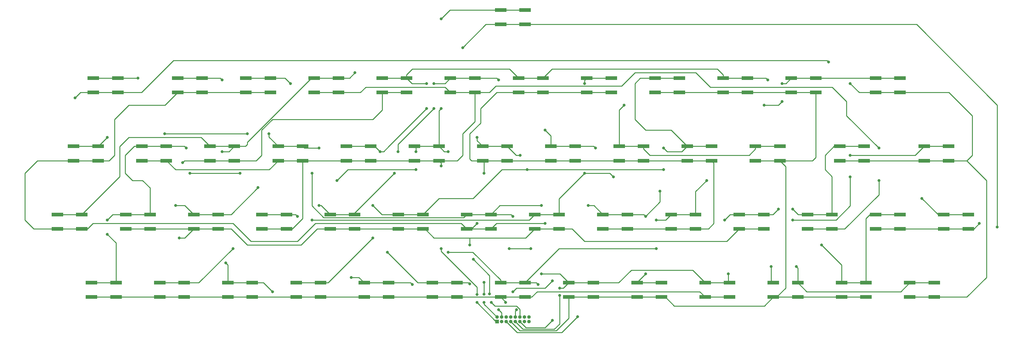
<source format=gbl>
G04 #@! TF.GenerationSoftware,KiCad,Pcbnew,(5.1.10)-1*
G04 #@! TF.CreationDate,2022-07-15T10:43:49-04:00*
G04 #@! TF.ProjectId,CoCo2SwitchBoard,436f436f-3253-4776-9974-6368426f6172,1.0*
G04 #@! TF.SameCoordinates,Original*
G04 #@! TF.FileFunction,Copper,L2,Bot*
G04 #@! TF.FilePolarity,Positive*
%FSLAX46Y46*%
G04 Gerber Fmt 4.6, Leading zero omitted, Abs format (unit mm)*
G04 Created by KiCad (PCBNEW (5.1.10)-1) date 2022-07-15 10:43:49*
%MOMM*%
%LPD*%
G01*
G04 APERTURE LIST*
G04 #@! TA.AperFunction,ComponentPad*
%ADD10O,1.000000X1.000000*%
G04 #@! TD*
G04 #@! TA.AperFunction,ComponentPad*
%ADD11R,1.000000X1.000000*%
G04 #@! TD*
G04 #@! TA.AperFunction,SMDPad,CuDef*
%ADD12R,3.200000X1.000000*%
G04 #@! TD*
G04 #@! TA.AperFunction,ViaPad*
%ADD13C,0.800000*%
G04 #@! TD*
G04 #@! TA.AperFunction,Conductor*
%ADD14C,0.250000*%
G04 #@! TD*
G04 APERTURE END LIST*
D10*
X144449800Y-2030000D03*
X144449800Y-3300000D03*
X143179800Y-2030000D03*
X143179800Y-3300000D03*
X141909800Y-2030000D03*
X141909800Y-3300000D03*
X140639800Y-2030000D03*
X140639800Y-3300000D03*
X139369800Y-2030000D03*
X139369800Y-3300000D03*
X138099800Y-2030000D03*
X138099800Y-3300000D03*
X136829800Y-2030000D03*
X136829800Y-3300000D03*
X135559800Y-2030000D03*
D11*
X135559800Y-3300000D03*
D12*
X167400000Y64500000D03*
X160600000Y64500000D03*
X160600000Y60500000D03*
X167400000Y60500000D03*
X247900000Y64500000D03*
X241100000Y64500000D03*
X241100000Y60500000D03*
X247900000Y60500000D03*
X29900000Y64500000D03*
X23100000Y64500000D03*
X23100000Y60500000D03*
X29900000Y60500000D03*
X224400000Y64500000D03*
X217600000Y64500000D03*
X217600000Y60500000D03*
X224400000Y60500000D03*
X143400000Y7500000D03*
X136600000Y7500000D03*
X136600000Y3500000D03*
X143400000Y3500000D03*
X143400000Y83500000D03*
X136600000Y83500000D03*
X136600000Y79500000D03*
X143400000Y79500000D03*
X57900000Y26500000D03*
X51100000Y26500000D03*
X51100000Y22500000D03*
X57900000Y22500000D03*
X190900000Y26500000D03*
X184100000Y26500000D03*
X184100000Y22500000D03*
X190900000Y22500000D03*
X119400000Y45500000D03*
X112600000Y45500000D03*
X112600000Y41500000D03*
X119400000Y41500000D03*
X205400000Y64500000D03*
X198600000Y64500000D03*
X198600000Y60500000D03*
X205400000Y60500000D03*
X124400000Y7500000D03*
X117600000Y7500000D03*
X117600000Y3500000D03*
X124400000Y3500000D03*
X266900000Y26500000D03*
X260100000Y26500000D03*
X260100000Y22500000D03*
X266900000Y22500000D03*
X110400000Y64500000D03*
X103600000Y64500000D03*
X103600000Y60500000D03*
X110400000Y60500000D03*
X148400000Y64500000D03*
X141600000Y64500000D03*
X141600000Y60500000D03*
X148400000Y60500000D03*
X100400000Y45500000D03*
X93600000Y45500000D03*
X93600000Y41500000D03*
X100400000Y41500000D03*
X238400000Y7500000D03*
X231600000Y7500000D03*
X231600000Y3500000D03*
X238400000Y3500000D03*
X105400000Y7500000D03*
X98600000Y7500000D03*
X98600000Y3500000D03*
X105400000Y3500000D03*
X247900000Y26500000D03*
X241100000Y26500000D03*
X241100000Y22500000D03*
X247900000Y22500000D03*
X152900000Y26500000D03*
X146100000Y26500000D03*
X146100000Y22500000D03*
X152900000Y22500000D03*
X76900000Y26500000D03*
X70100000Y26500000D03*
X70100000Y22500000D03*
X76900000Y22500000D03*
X186400000Y64500000D03*
X179600000Y64500000D03*
X179600000Y60500000D03*
X186400000Y60500000D03*
X86400000Y7500000D03*
X79600000Y7500000D03*
X79600000Y3500000D03*
X86400000Y3500000D03*
X24400000Y45500000D03*
X17600000Y45500000D03*
X17600000Y41500000D03*
X24400000Y41500000D03*
X114900000Y26500000D03*
X108100000Y26500000D03*
X108100000Y22500000D03*
X114900000Y22500000D03*
X195400000Y45500000D03*
X188600000Y45500000D03*
X188600000Y41500000D03*
X195400000Y41500000D03*
X81400000Y45500000D03*
X74600000Y45500000D03*
X74600000Y41500000D03*
X81400000Y41500000D03*
X214400000Y45500000D03*
X207600000Y45500000D03*
X207600000Y41500000D03*
X214400000Y41500000D03*
X67400000Y7500000D03*
X60600000Y7500000D03*
X60600000Y3500000D03*
X67400000Y3500000D03*
X19900000Y26500000D03*
X13100000Y26500000D03*
X13100000Y22500000D03*
X19900000Y22500000D03*
X62400000Y45500000D03*
X55600000Y45500000D03*
X55600000Y41500000D03*
X62400000Y41500000D03*
X176400000Y45500000D03*
X169600000Y45500000D03*
X169600000Y41500000D03*
X176400000Y41500000D03*
X91400000Y64500000D03*
X84600000Y64500000D03*
X84600000Y60500000D03*
X91400000Y60500000D03*
X257400000Y7500000D03*
X250600000Y7500000D03*
X250600000Y3500000D03*
X257400000Y3500000D03*
X219400000Y7500000D03*
X212600000Y7500000D03*
X212600000Y3500000D03*
X219400000Y3500000D03*
X48400000Y7500000D03*
X41600000Y7500000D03*
X41600000Y3500000D03*
X48400000Y3500000D03*
X53400000Y64500000D03*
X46600000Y64500000D03*
X46600000Y60500000D03*
X53400000Y60500000D03*
X95900000Y26500000D03*
X89100000Y26500000D03*
X89100000Y22500000D03*
X95900000Y22500000D03*
X157400000Y45500000D03*
X150600000Y45500000D03*
X150600000Y41500000D03*
X157400000Y41500000D03*
X129400000Y64500000D03*
X122600000Y64500000D03*
X122600000Y60500000D03*
X129400000Y60500000D03*
X261400000Y45500000D03*
X254600000Y45500000D03*
X254600000Y41500000D03*
X261400000Y41500000D03*
X181400000Y7500000D03*
X174600000Y7500000D03*
X174600000Y3500000D03*
X181400000Y3500000D03*
X29400000Y7500000D03*
X22600000Y7500000D03*
X22600000Y3500000D03*
X29400000Y3500000D03*
X133900000Y26500000D03*
X127100000Y26500000D03*
X127100000Y22500000D03*
X133900000Y22500000D03*
X38900000Y26500000D03*
X32100000Y26500000D03*
X32100000Y22500000D03*
X38900000Y22500000D03*
X171900000Y26500000D03*
X165100000Y26500000D03*
X165100000Y22500000D03*
X171900000Y22500000D03*
X43400000Y45500000D03*
X36600000Y45500000D03*
X36600000Y41500000D03*
X43400000Y41500000D03*
X237900000Y45500000D03*
X231100000Y45500000D03*
X231100000Y41500000D03*
X237900000Y41500000D03*
X162400000Y7500000D03*
X155600000Y7500000D03*
X155600000Y3500000D03*
X162400000Y3500000D03*
X200400000Y7500000D03*
X193600000Y7500000D03*
X193600000Y3500000D03*
X200400000Y3500000D03*
X72400000Y64500000D03*
X65600000Y64500000D03*
X65600000Y60500000D03*
X72400000Y60500000D03*
X209900000Y26500000D03*
X203100000Y26500000D03*
X203100000Y22500000D03*
X209900000Y22500000D03*
X138400000Y45500000D03*
X131600000Y45500000D03*
X131600000Y41500000D03*
X138400000Y41500000D03*
X228900000Y26500000D03*
X222100000Y26500000D03*
X222100000Y22500000D03*
X228900000Y22500000D03*
D13*
X46000000Y29000000D03*
X194000000Y36000000D03*
X210000000Y57000000D03*
X215000000Y58000000D03*
X215000000Y63000000D03*
X120000000Y56000000D03*
X120000000Y81000000D03*
X122000000Y16000000D03*
X122000000Y44000000D03*
X69000000Y34000000D03*
X91000000Y36000000D03*
X113000000Y39000000D03*
X113000000Y44000000D03*
X180000000Y17000000D03*
X180000000Y25000000D03*
X147000000Y6999984D03*
X35487340Y64512660D03*
X116000000Y56000000D03*
X116000000Y63000000D03*
X211000000Y64000000D03*
X254000000Y31000000D03*
X105000000Y16000000D03*
X103000000Y44000000D03*
X128000000Y7175021D03*
X160000000Y38000000D03*
X160000000Y63000000D03*
X226000000Y18000000D03*
X168000000Y37000000D03*
X80000000Y26000000D03*
X95000000Y9000000D03*
X112000000Y7000000D03*
X84000000Y25000000D03*
X27000000Y48000000D03*
X43000000Y49000000D03*
X66000000Y49000000D03*
X72000000Y49000000D03*
X101000000Y29000000D03*
X86000000Y45000000D03*
X101000000Y20000000D03*
X182000000Y39000000D03*
X182000000Y45000000D03*
X144000000Y39000000D03*
X60000000Y13000000D03*
X59000000Y44000000D03*
X73000000Y5000000D03*
X171000000Y57000000D03*
X96000000Y66000000D03*
X134000000Y2000000D03*
X59000000Y64000000D03*
X86000000Y29000000D03*
X107000000Y38000000D03*
X108000000Y44000000D03*
X118000000Y56000000D03*
X118000000Y63000000D03*
X136000000Y64000000D03*
X149000000Y50000000D03*
X163000000Y45000000D03*
X212000000Y12000000D03*
X219000000Y12000000D03*
X62000000Y17000000D03*
X151000000Y-3000000D03*
X149000000Y50000000D03*
X27000000Y21000000D03*
X27000000Y25000000D03*
X177000000Y26000000D03*
X177000000Y10000000D03*
X148000000Y29000000D03*
X161000000Y29000000D03*
X234000000Y43000000D03*
X234000000Y37000000D03*
X218000000Y25000000D03*
X181000000Y33000000D03*
X84000000Y38000000D03*
X64000000Y38000000D03*
X50000000Y38000000D03*
X49000000Y45000000D03*
X140000000Y26000000D03*
X140987347Y-12653D03*
X140000000Y5000000D03*
X151000000Y8000000D03*
X145000000Y17000000D03*
X139000000Y17000000D03*
X78000000Y63000000D03*
X130000000Y48000000D03*
X199000000Y25000000D03*
X200000000Y10000000D03*
X142000000Y43000000D03*
X148000000Y10000000D03*
X153000000Y4000000D03*
X153000000Y6000000D03*
X214000018Y28000000D03*
X218000000Y28000000D03*
X18000000Y59000000D03*
X234000000Y63000000D03*
X228000000Y69000000D03*
X138000000Y2000014D03*
X126000000Y73000000D03*
X130000000Y24000000D03*
X275000000Y23000000D03*
X270000000Y24000000D03*
X158000000Y-2000000D03*
X149000000Y24000000D03*
X48000000Y41000000D03*
X47000000Y20000000D03*
X136000000Y0D03*
X129000000Y14000000D03*
X128000000Y18000000D03*
X133523846Y4348824D03*
X132000000Y2000000D03*
X132000000Y38000000D03*
X132000000Y4274988D03*
X132000000Y7625032D03*
X130000000Y2000000D03*
X130000000Y4225000D03*
X120000000Y17000000D03*
X120000000Y40000000D03*
X242000000Y45000000D03*
X242000000Y36000000D03*
D14*
X247900000Y64500000D02*
X217600000Y64500000D01*
X23100000Y64500000D02*
X29900000Y64500000D01*
X51100000Y26500000D02*
X57900000Y26500000D01*
X48600000Y29000000D02*
X51100000Y26500000D01*
X46000000Y29000000D02*
X48600000Y29000000D01*
X184100000Y26500000D02*
X190900000Y26500000D01*
X190900000Y32900000D02*
X194000000Y36000000D01*
X190900000Y26500000D02*
X190900000Y32900000D01*
X214000000Y57000000D02*
X215000000Y58000000D01*
X210000000Y57000000D02*
X214000000Y57000000D01*
X216100000Y63000000D02*
X217600000Y64500000D01*
X215000000Y63000000D02*
X216100000Y63000000D01*
X143400000Y83500000D02*
X136600000Y83500000D01*
X115500000Y45500000D02*
X119400000Y45500000D01*
X112600000Y45500000D02*
X115500000Y45500000D01*
X119400000Y55400000D02*
X120000000Y56000000D01*
X119400000Y45500000D02*
X119400000Y55400000D01*
X122500000Y83500000D02*
X136600000Y83500000D01*
X120000000Y81000000D02*
X122500000Y83500000D01*
X143400000Y7500000D02*
X136600000Y7500000D01*
X120900000Y44000000D02*
X119400000Y45500000D01*
X122000000Y44000000D02*
X120900000Y44000000D01*
X61500000Y26500000D02*
X69000000Y34000000D01*
X57900000Y26500000D02*
X61500000Y26500000D01*
X94000000Y39000000D02*
X113000000Y39000000D01*
X91000000Y36000000D02*
X94000000Y39000000D01*
X113000000Y45100000D02*
X112600000Y45500000D01*
X113000000Y44000000D02*
X113000000Y45100000D01*
X152900000Y17000000D02*
X180000000Y17000000D01*
X143400000Y7500000D02*
X152900000Y17000000D01*
X182600000Y25000000D02*
X184100000Y26500000D01*
X180000000Y25000000D02*
X182600000Y25000000D01*
X122565685Y16000000D02*
X122000000Y16000000D01*
X136600000Y8250000D02*
X128850000Y16000000D01*
X136600000Y7500000D02*
X136600000Y8250000D01*
X128850000Y16000000D02*
X122565685Y16000000D01*
X143400000Y7500000D02*
X146499984Y7500000D01*
X146499984Y7500000D02*
X147000000Y6999984D01*
X29900000Y64500000D02*
X35474680Y64500000D01*
X35474680Y64500000D02*
X35487340Y64512660D01*
X205400000Y64500000D02*
X198600000Y64500000D01*
X198600000Y64500000D02*
X198600000Y65400000D01*
X198600000Y65400000D02*
X197000000Y67000000D01*
X150900000Y67000000D02*
X148400000Y64500000D01*
X197000000Y67000000D02*
X150900000Y67000000D01*
X148400000Y64500000D02*
X141600000Y64500000D01*
X103600000Y64500000D02*
X110400000Y64500000D01*
X93600000Y45500000D02*
X100400000Y45500000D01*
X105500000Y45500000D02*
X116000000Y56000000D01*
X111900000Y63000000D02*
X110400000Y64500000D01*
X116000000Y63000000D02*
X111900000Y63000000D01*
X210500000Y64500000D02*
X211000000Y64000000D01*
X205400000Y64500000D02*
X210500000Y64500000D01*
X258500000Y26500000D02*
X266900000Y26500000D01*
X254000000Y31000000D02*
X258500000Y26500000D01*
X124400000Y7500000D02*
X117600000Y7500000D01*
X113500000Y7500000D02*
X105000000Y16000000D01*
X117600000Y7500000D02*
X113500000Y7500000D01*
X101500000Y45500000D02*
X103000000Y44000000D01*
X100400000Y45500000D02*
X101500000Y45500000D01*
X104000000Y44000000D02*
X105500000Y45500000D01*
X103000000Y44000000D02*
X104000000Y44000000D01*
X124400000Y7500000D02*
X127675021Y7500000D01*
X127675021Y7500000D02*
X128000000Y7175021D01*
X139100000Y67000000D02*
X141600000Y64500000D01*
X112000000Y67000000D02*
X139100000Y67000000D01*
X110400000Y65400000D02*
X112000000Y67000000D01*
X110400000Y64500000D02*
X110400000Y65400000D01*
X231600000Y7500000D02*
X238400000Y7500000D01*
X241100000Y26500000D02*
X247900000Y26500000D01*
X167400000Y64500000D02*
X160600000Y64500000D01*
X146100000Y26500000D02*
X152900000Y26500000D01*
X152900000Y30900000D02*
X160000000Y38000000D01*
X152900000Y26500000D02*
X152900000Y30900000D01*
X160000000Y63900000D02*
X160600000Y64500000D01*
X160000000Y63000000D02*
X160000000Y63900000D01*
X231600000Y12400000D02*
X226000000Y18000000D01*
X231600000Y7500000D02*
X231600000Y12400000D01*
X167000000Y38000000D02*
X160000000Y38000000D01*
X168000000Y37000000D02*
X167000000Y38000000D01*
X70100000Y26500000D02*
X76900000Y26500000D01*
X79500000Y26500000D02*
X80000000Y26000000D01*
X76900000Y26500000D02*
X79500000Y26500000D01*
X97100000Y9000000D02*
X98600000Y7500000D01*
X95000000Y9000000D02*
X97100000Y9000000D01*
X98600000Y7500000D02*
X105400000Y7500000D01*
X111500000Y7500000D02*
X112000000Y7000000D01*
X105400000Y7500000D02*
X111500000Y7500000D01*
X239500000Y26500000D02*
X241100000Y26500000D01*
X238400000Y25400000D02*
X239500000Y26500000D01*
X238400000Y7500000D02*
X238400000Y25400000D01*
X144600000Y25000000D02*
X84000000Y25000000D01*
X146100000Y26500000D02*
X144600000Y25000000D01*
X195400000Y45500000D02*
X188600000Y45500000D01*
X186400000Y64500000D02*
X179600000Y64500000D01*
X184100000Y50000000D02*
X188600000Y45500000D01*
X177000000Y50000000D02*
X184100000Y50000000D01*
X174000000Y53000000D02*
X177000000Y50000000D01*
X174000000Y63000000D02*
X174000000Y53000000D01*
X175500000Y64500000D02*
X174000000Y63000000D01*
X179600000Y64500000D02*
X175500000Y64500000D01*
X17600000Y45500000D02*
X24400000Y45500000D01*
X24500000Y45500000D02*
X27000000Y48000000D01*
X24400000Y45500000D02*
X24500000Y45500000D01*
X43000000Y49000000D02*
X66000000Y49000000D01*
X72000000Y48100000D02*
X74600000Y45500000D01*
X72000000Y49000000D02*
X72000000Y48100000D01*
X74600000Y45500000D02*
X81400000Y45500000D01*
X114900000Y26500000D02*
X108100000Y26500000D01*
X103500000Y26500000D02*
X101000000Y29000000D01*
X108100000Y26500000D02*
X103500000Y26500000D01*
X81900000Y45000000D02*
X81400000Y45500000D01*
X86000000Y45000000D02*
X81900000Y45000000D01*
X88500000Y7500000D02*
X101000000Y20000000D01*
X86400000Y7500000D02*
X88500000Y7500000D01*
X79600000Y7500000D02*
X86400000Y7500000D01*
X187100000Y44000000D02*
X188600000Y45500000D01*
X182000000Y45000000D02*
X183000000Y44000000D01*
X183000000Y44000000D02*
X187100000Y44000000D01*
X136914998Y39000000D02*
X182000000Y39000000D01*
X128914998Y31000000D02*
X136914998Y39000000D01*
X119400000Y31000000D02*
X128914998Y31000000D01*
X114900000Y26500000D02*
X119400000Y31000000D01*
X214400000Y45500000D02*
X207600000Y45500000D01*
X169600000Y45500000D02*
X176400000Y45500000D01*
X91400000Y64500000D02*
X84600000Y64500000D01*
X13100000Y26500000D02*
X19900000Y26500000D01*
X55600000Y45500000D02*
X62400000Y45500000D01*
X66000000Y46636410D02*
X83863590Y64500000D01*
X83863590Y64500000D02*
X84600000Y64500000D01*
X66000000Y46000000D02*
X66000000Y46636410D01*
X65500000Y45500000D02*
X66000000Y46000000D01*
X62400000Y45500000D02*
X65500000Y45500000D01*
X67400000Y7500000D02*
X60600000Y7500000D01*
X60600000Y12400000D02*
X60000000Y13000000D01*
X60600000Y7500000D02*
X60600000Y12400000D01*
X60900000Y44000000D02*
X62400000Y45500000D01*
X59000000Y44000000D02*
X60900000Y44000000D01*
X70500000Y7500000D02*
X73000000Y5000000D01*
X67400000Y7500000D02*
X70500000Y7500000D01*
X169600000Y55600000D02*
X171000000Y57000000D01*
X169600000Y45500000D02*
X169600000Y55600000D01*
X94500000Y64500000D02*
X91400000Y64500000D01*
X96000000Y66000000D02*
X94500000Y64500000D01*
X135000000Y1000000D02*
X134000000Y2000000D01*
X141000000Y1000000D02*
X135000000Y1000000D01*
X141909800Y90200D02*
X141000000Y1000000D01*
X141909800Y-2030000D02*
X141909800Y90200D01*
X205850000Y43000000D02*
X178150000Y43000000D01*
X176400000Y44750000D02*
X176400000Y45500000D01*
X178150000Y43000000D02*
X176400000Y44750000D01*
X207600000Y44750000D02*
X205850000Y43000000D01*
X207600000Y45500000D02*
X207600000Y44750000D01*
X53100000Y48000000D02*
X55600000Y45500000D01*
X33000000Y48000000D02*
X53100000Y48000000D01*
X30450010Y45450010D02*
X33000000Y48000000D01*
X30450010Y37050010D02*
X30450010Y45450010D01*
X19900000Y26500000D02*
X30450010Y37050010D01*
X257400000Y7500000D02*
X250600000Y7500000D01*
X150600000Y45500000D02*
X157400000Y45500000D01*
X122600000Y64500000D02*
X129400000Y64500000D01*
X46600000Y64500000D02*
X53400000Y64500000D01*
X58500000Y64500000D02*
X59000000Y64000000D01*
X53400000Y64500000D02*
X58500000Y64500000D01*
X86600000Y29000000D02*
X89100000Y26500000D01*
X86000000Y29000000D02*
X86600000Y29000000D01*
X89100000Y26500000D02*
X95900000Y26500000D01*
X95900000Y26500000D02*
X95900000Y26900000D01*
X95900000Y26900000D02*
X107000000Y38000000D01*
X108000000Y46000000D02*
X118000000Y56000000D01*
X108000000Y44000000D02*
X108000000Y46000000D01*
X121100000Y63000000D02*
X122600000Y64500000D01*
X118000000Y63000000D02*
X121100000Y63000000D01*
X135500000Y64500000D02*
X136000000Y64000000D01*
X129400000Y64500000D02*
X135500000Y64500000D01*
X150600000Y48400000D02*
X150600000Y45500000D01*
X149000000Y50000000D02*
X150600000Y48400000D01*
X162500000Y45500000D02*
X163000000Y45000000D01*
X157400000Y45500000D02*
X162500000Y45500000D01*
X212000000Y8100000D02*
X212600000Y7500000D01*
X212000000Y12000000D02*
X212000000Y8100000D01*
X219400000Y11600000D02*
X219000000Y12000000D01*
X219400000Y7500000D02*
X219400000Y11600000D01*
X41600000Y7500000D02*
X48400000Y7500000D01*
X52500000Y7500000D02*
X62000000Y17000000D01*
X48400000Y7500000D02*
X52500000Y7500000D01*
X248100000Y5000000D02*
X221900000Y5000000D01*
X221900000Y5000000D02*
X219400000Y7500000D01*
X250600000Y7500000D02*
X248100000Y5000000D01*
X143609800Y-5000000D02*
X149000000Y-5000000D01*
X149000000Y-5000000D02*
X151000000Y-3000000D01*
X141909800Y-3300000D02*
X143609800Y-5000000D01*
X261400000Y45500000D02*
X254600000Y45500000D01*
X36600000Y45500000D02*
X43400000Y45500000D01*
X38900000Y26500000D02*
X38900000Y33900000D01*
X38900000Y33900000D02*
X36800000Y36000000D01*
X36800000Y36000000D02*
X34000000Y36000000D01*
X34000000Y36000000D02*
X32000000Y38000000D01*
X32000000Y38000000D02*
X32000000Y43000000D01*
X34500000Y45500000D02*
X36600000Y45500000D01*
X32000000Y43000000D02*
X34500000Y45500000D01*
X38900000Y26500000D02*
X32100000Y26500000D01*
X22600000Y7500000D02*
X29400000Y7500000D01*
X29400000Y18600000D02*
X27000000Y21000000D01*
X29400000Y7500000D02*
X29400000Y18600000D01*
X28500000Y26500000D02*
X32100000Y26500000D01*
X27000000Y25000000D02*
X28500000Y26500000D01*
X174600000Y7500000D02*
X181400000Y7500000D01*
X165100000Y26500000D02*
X171900000Y26500000D01*
X176500000Y26500000D02*
X177000000Y26000000D01*
X171900000Y26500000D02*
X176500000Y26500000D01*
X174600000Y7600000D02*
X174600000Y7500000D01*
X177000000Y10000000D02*
X174600000Y7600000D01*
X127100000Y26500000D02*
X133900000Y26500000D01*
X136400000Y29000000D02*
X148000000Y29000000D01*
X133900000Y26500000D02*
X136400000Y29000000D01*
X162600000Y29000000D02*
X165100000Y26500000D01*
X161000000Y29000000D02*
X162600000Y29000000D01*
X252100000Y43000000D02*
X234000000Y43000000D01*
X254600000Y45500000D02*
X252100000Y43000000D01*
X230085002Y25000000D02*
X218000000Y25000000D01*
X234000000Y28914998D02*
X230085002Y25000000D01*
X234000000Y37000000D02*
X234000000Y28914998D01*
X181000000Y30000000D02*
X177000000Y26000000D01*
X181000000Y33000000D02*
X181000000Y30000000D01*
X84000000Y28914998D02*
X84000000Y38000000D01*
X87239999Y25674999D02*
X84000000Y28914998D01*
X126274999Y25674999D02*
X87239999Y25674999D01*
X127100000Y26500000D02*
X126274999Y25674999D01*
X64000000Y38000000D02*
X50000000Y38000000D01*
X48500000Y45500000D02*
X43400000Y45500000D01*
X49000000Y45000000D02*
X48500000Y45500000D01*
X139500000Y26500000D02*
X140000000Y26000000D01*
X133900000Y26500000D02*
X139500000Y26500000D01*
X140639800Y-360200D02*
X140987347Y-12653D01*
X140639800Y-2030000D02*
X140639800Y-360200D01*
X145000000Y17000000D02*
X139000000Y17000000D01*
X149000000Y6000000D02*
X151000000Y8000000D01*
X141000000Y6000000D02*
X149000000Y6000000D01*
X140000000Y5000000D02*
X141000000Y6000000D01*
X203100000Y26500000D02*
X209900000Y26500000D01*
X222100000Y26500000D02*
X228900000Y26500000D01*
X228900000Y26500000D02*
X228900000Y37100000D01*
X228900000Y37100000D02*
X227000000Y39000000D01*
X227000000Y39000000D02*
X227000000Y43000000D01*
X229500000Y45500000D02*
X231100000Y45500000D01*
X227000000Y43000000D02*
X229500000Y45500000D01*
X237900000Y45500000D02*
X231100000Y45500000D01*
X65600000Y64500000D02*
X72400000Y64500000D01*
X76500000Y64500000D02*
X78000000Y63000000D01*
X72400000Y64500000D02*
X76500000Y64500000D01*
X130000000Y47100000D02*
X131600000Y45500000D01*
X130000000Y48000000D02*
X130000000Y47100000D01*
X131600000Y45500000D02*
X138400000Y45500000D01*
X200400000Y7500000D02*
X193600000Y7500000D01*
X155600000Y7500000D02*
X162400000Y7500000D01*
X200500000Y26500000D02*
X199000000Y25000000D01*
X203100000Y26500000D02*
X200500000Y26500000D01*
X200000000Y7900000D02*
X200400000Y7500000D01*
X200000000Y10000000D02*
X200000000Y7900000D01*
X162400000Y7500000D02*
X169500000Y7500000D01*
X169500000Y7500000D02*
X173000000Y11000000D01*
X190100000Y11000000D02*
X193600000Y7500000D01*
X173000000Y11000000D02*
X190100000Y11000000D01*
X140900000Y43000000D02*
X142000000Y43000000D01*
X138400000Y45500000D02*
X140900000Y43000000D01*
X153100000Y10000000D02*
X155600000Y7500000D01*
X148000000Y10000000D02*
X153100000Y10000000D01*
X154100000Y6000000D02*
X155600000Y7500000D01*
X153000000Y6000000D02*
X154100000Y6000000D01*
X140639800Y-3300000D02*
X142789811Y-5450011D01*
X153000000Y-4000000D02*
X153000000Y4000000D01*
X142789811Y-5450011D02*
X151549989Y-5450011D01*
X151549989Y-5450011D02*
X153000000Y-4000000D01*
X209900000Y26500000D02*
X212500018Y26500000D01*
X212500018Y26500000D02*
X214000018Y28000000D01*
X219500000Y26500000D02*
X218000000Y28000000D01*
X222100000Y26500000D02*
X219500000Y26500000D01*
X247900000Y60500000D02*
X241100000Y60500000D01*
X261400000Y41500000D02*
X231100000Y41500000D01*
X257400000Y3500000D02*
X250600000Y3500000D01*
X23100000Y60500000D02*
X29900000Y60500000D01*
X266500000Y41500000D02*
X261400000Y41500000D01*
X257400000Y3500000D02*
X266500000Y3500000D01*
X266500000Y3500000D02*
X272000000Y9000000D01*
X272000000Y36000000D02*
X266500000Y41500000D01*
X272000000Y9000000D02*
X272000000Y36000000D01*
X19500000Y60500000D02*
X18000000Y59000000D01*
X23100000Y60500000D02*
X19500000Y60500000D01*
X236500000Y60500000D02*
X234000000Y63000000D01*
X241100000Y60500000D02*
X236500000Y60500000D01*
X268000000Y43000000D02*
X266500000Y41500000D01*
X268000000Y54000000D02*
X268000000Y43000000D01*
X261500000Y60500000D02*
X268000000Y54000000D01*
X247900000Y60500000D02*
X261500000Y60500000D01*
X227549991Y69450009D02*
X228000000Y69000000D01*
X45450009Y69450009D02*
X227549991Y69450009D01*
X36500000Y60500000D02*
X45450009Y69450009D01*
X29900000Y60500000D02*
X36500000Y60500000D01*
X238400000Y3500000D02*
X212600000Y3500000D01*
X155600000Y3500000D02*
X181400000Y3500000D01*
X181400000Y3500000D02*
X182500000Y3500000D01*
X182500000Y3500000D02*
X185000000Y1000000D01*
X210100000Y1000000D02*
X212600000Y3500000D01*
X185000000Y1000000D02*
X210100000Y1000000D01*
X179600000Y60500000D02*
X224400000Y60500000D01*
X207600000Y41500000D02*
X214400000Y41500000D01*
X214400000Y41500000D02*
X223500000Y41500000D01*
X224400000Y42400000D02*
X224400000Y60500000D01*
X223500000Y41500000D02*
X224400000Y42400000D01*
X212600000Y3500000D02*
X213500000Y3500000D01*
X213500000Y3500000D02*
X216000000Y6000000D01*
X216000000Y39900000D02*
X214400000Y41500000D01*
X216000000Y6000000D02*
X216000000Y39900000D01*
X152099978Y-5900022D02*
X155600000Y-2400000D01*
X139369800Y-3300000D02*
X141969822Y-5900022D01*
X141969822Y-5900022D02*
X152099978Y-5900022D01*
X155600000Y-2400000D02*
X155600000Y3500000D01*
X200400000Y3500000D02*
X193600000Y3500000D01*
X143400000Y3500000D02*
X22600000Y3500000D01*
X146750000Y5000000D02*
X145250000Y3500000D01*
X193600000Y3500000D02*
X192100000Y5000000D01*
X192100000Y5000000D02*
X146750000Y5000000D01*
X145250000Y3500000D02*
X143400000Y3500000D01*
X136600000Y3500000D02*
X138000000Y2100000D01*
X138000000Y2100000D02*
X138000000Y2000014D01*
X266900000Y22500000D02*
X241100000Y22500000D01*
X17600000Y41500000D02*
X24400000Y41500000D01*
X19900000Y22500000D02*
X13100000Y22500000D01*
X46600000Y60500000D02*
X72400000Y60500000D01*
X127100000Y22500000D02*
X133900000Y22500000D01*
X143400000Y79500000D02*
X136600000Y79500000D01*
X13100000Y22500000D02*
X6500000Y22500000D01*
X6500000Y22500000D02*
X4000000Y25000000D01*
X4000000Y25000000D02*
X4000000Y38000000D01*
X7500000Y41500000D02*
X17600000Y41500000D01*
X4000000Y38000000D02*
X7500000Y41500000D01*
X132500000Y79500000D02*
X126000000Y73000000D01*
X136600000Y79500000D02*
X132500000Y79500000D01*
X128500000Y22500000D02*
X127100000Y22500000D01*
X130000000Y24000000D02*
X128500000Y22500000D01*
X143400000Y79500000D02*
X252500000Y79500000D01*
X275000000Y57000000D02*
X275000000Y23000000D01*
X252500000Y79500000D02*
X275000000Y57000000D01*
X268500000Y22500000D02*
X266900000Y22500000D01*
X270000000Y24000000D02*
X268500000Y22500000D01*
X135400000Y24000000D02*
X133900000Y22500000D01*
X149000000Y24000000D02*
X135400000Y24000000D01*
X157600001Y-2399999D02*
X158000000Y-2000000D01*
X153649967Y-6350033D02*
X157600001Y-2399999D01*
X141149833Y-6350033D02*
X153649967Y-6350033D01*
X138099800Y-3300000D02*
X141149833Y-6350033D01*
X43100000Y57000000D02*
X46600000Y60500000D01*
X29000000Y53000000D02*
X33000000Y57000000D01*
X33000000Y57000000D02*
X43100000Y57000000D01*
X29000000Y43000000D02*
X29000000Y53000000D01*
X27500000Y41500000D02*
X29000000Y43000000D01*
X24400000Y41500000D02*
X27500000Y41500000D01*
X85000000Y24000000D02*
X125600000Y24000000D01*
X125600000Y24000000D02*
X127100000Y22500000D01*
X80000000Y19000000D02*
X85000000Y24000000D01*
X67000000Y19000000D02*
X80000000Y19000000D01*
X62000000Y24000000D02*
X67000000Y19000000D01*
X23000000Y24000000D02*
X62000000Y24000000D01*
X21500000Y22500000D02*
X23000000Y24000000D01*
X19900000Y22500000D02*
X21500000Y22500000D01*
X32100000Y22500000D02*
X57900000Y22500000D01*
X89100000Y22500000D02*
X114900000Y22500000D01*
X152900000Y22500000D02*
X156500000Y22500000D01*
X156500000Y22500000D02*
X160000000Y19000000D01*
X199600000Y19000000D02*
X203100000Y22500000D01*
X160000000Y19000000D02*
X199600000Y19000000D01*
X203100000Y22500000D02*
X209900000Y22500000D01*
X55600000Y41500000D02*
X62400000Y41500000D01*
X103600000Y60500000D02*
X110400000Y60500000D01*
X146100000Y22500000D02*
X152900000Y22500000D01*
X114900000Y22500000D02*
X115500000Y22500000D01*
X115500000Y22500000D02*
X118000000Y20000000D01*
X143600000Y20000000D02*
X146100000Y22500000D01*
X62400000Y41500000D02*
X68500000Y41500000D01*
X68500000Y41500000D02*
X70000000Y43000000D01*
X70000000Y43000000D02*
X70000000Y50000000D01*
X70000000Y50000000D02*
X73000000Y53000000D01*
X73000000Y53000000D02*
X101000000Y53000000D01*
X103600000Y55600000D02*
X103600000Y60500000D01*
X101000000Y53000000D02*
X103600000Y55600000D01*
X57900000Y22500000D02*
X61500000Y22500000D01*
X61500000Y22500000D02*
X66000000Y18000000D01*
X66000000Y18000000D02*
X81000000Y18000000D01*
X85500000Y22500000D02*
X89100000Y22500000D01*
X81000000Y18000000D02*
X85500000Y22500000D01*
X48500000Y41500000D02*
X48000000Y41000000D01*
X55600000Y41500000D02*
X48500000Y41500000D01*
X48600000Y20000000D02*
X51100000Y22500000D01*
X47000000Y20000000D02*
X48600000Y20000000D01*
X136829800Y-829800D02*
X136000000Y0D01*
X136829800Y-2030000D02*
X136829800Y-829800D01*
X128000000Y18000000D02*
X128000000Y20000000D01*
X128000000Y20000000D02*
X143600000Y20000000D01*
X118000000Y20000000D02*
X128000000Y20000000D01*
X129000000Y14000000D02*
X133523846Y9476154D01*
X133523846Y9476154D02*
X133523846Y4348824D01*
X165100000Y22500000D02*
X190900000Y22500000D01*
X131600000Y41500000D02*
X195400000Y41500000D01*
X141600000Y60500000D02*
X167400000Y60500000D01*
X131600000Y41500000D02*
X128500000Y41500000D01*
X128500000Y41500000D02*
X128000000Y42000000D01*
X128000000Y42000000D02*
X128000000Y49000000D01*
X128000000Y49000000D02*
X131000000Y52000000D01*
X131000000Y52000000D02*
X131000000Y56000000D01*
X135500000Y60500000D02*
X141600000Y60500000D01*
X131000000Y56000000D02*
X135500000Y60500000D01*
X190900000Y22500000D02*
X194500000Y22500000D01*
X194500000Y22500000D02*
X196000000Y24000000D01*
X196000000Y40900000D02*
X195400000Y41500000D01*
X196000000Y24000000D02*
X196000000Y40900000D01*
X132000000Y1529800D02*
X132000000Y2000000D01*
X135559800Y-2030000D02*
X132000000Y1529800D01*
X132000000Y41100000D02*
X131600000Y41500000D01*
X132000000Y38000000D02*
X132000000Y41100000D01*
X132000000Y4274988D02*
X132000000Y7625032D01*
X228900000Y22500000D02*
X222100000Y22500000D01*
X36600000Y41500000D02*
X43400000Y41500000D01*
X43400000Y41500000D02*
X43500000Y41500000D01*
X43500000Y41500000D02*
X46000000Y39000000D01*
X72100000Y39000000D02*
X74600000Y41500000D01*
X74600000Y41500000D02*
X81400000Y41500000D01*
X81400000Y41500000D02*
X119400000Y41500000D01*
X76900000Y22500000D02*
X70100000Y22500000D01*
X84600000Y60500000D02*
X91400000Y60500000D01*
X122600000Y60500000D02*
X129400000Y60500000D01*
X121100000Y62000000D02*
X122600000Y60500000D01*
X99000000Y62000000D02*
X121100000Y62000000D01*
X97500000Y60500000D02*
X99000000Y62000000D01*
X91400000Y60500000D02*
X97500000Y60500000D01*
X46000000Y39000000D02*
X72100000Y39000000D01*
X76900000Y22500000D02*
X78500000Y22500000D01*
X81400000Y25400000D02*
X81400000Y41500000D01*
X78500000Y22500000D02*
X81400000Y25400000D01*
X135300000Y-3300000D02*
X130000000Y2000000D01*
X135559800Y-3300000D02*
X135300000Y-3300000D01*
X120000000Y16248023D02*
X120000000Y17000000D01*
X130000000Y6248023D02*
X120000000Y16248023D01*
X130000000Y4225000D02*
X130000000Y6248023D01*
X120000000Y40900000D02*
X119400000Y41500000D01*
X120000000Y40000000D02*
X120000000Y40900000D01*
X242000000Y36000000D02*
X242000000Y32000000D01*
X232500000Y22500000D02*
X228900000Y22500000D01*
X242000000Y32000000D02*
X232500000Y22500000D01*
X129400000Y52400000D02*
X129400000Y60500000D01*
X126000000Y49000000D02*
X129400000Y52400000D01*
X126000000Y43000000D02*
X126000000Y49000000D01*
X124500000Y41500000D02*
X126000000Y43000000D01*
X119400000Y41500000D02*
X124500000Y41500000D01*
X233000000Y54000000D02*
X242000000Y45000000D01*
X229000000Y62000000D02*
X233000000Y58000000D01*
X195000000Y62000000D02*
X229000000Y62000000D01*
X191000000Y66000000D02*
X195000000Y62000000D01*
X233000000Y58000000D02*
X233000000Y54000000D01*
X170274999Y62274999D02*
X174000000Y66000000D01*
X174000000Y66000000D02*
X191000000Y66000000D01*
X135274999Y62274999D02*
X170274999Y62274999D01*
X133500000Y60500000D02*
X135274999Y62274999D01*
X129400000Y60500000D02*
X133500000Y60500000D01*
M02*

</source>
